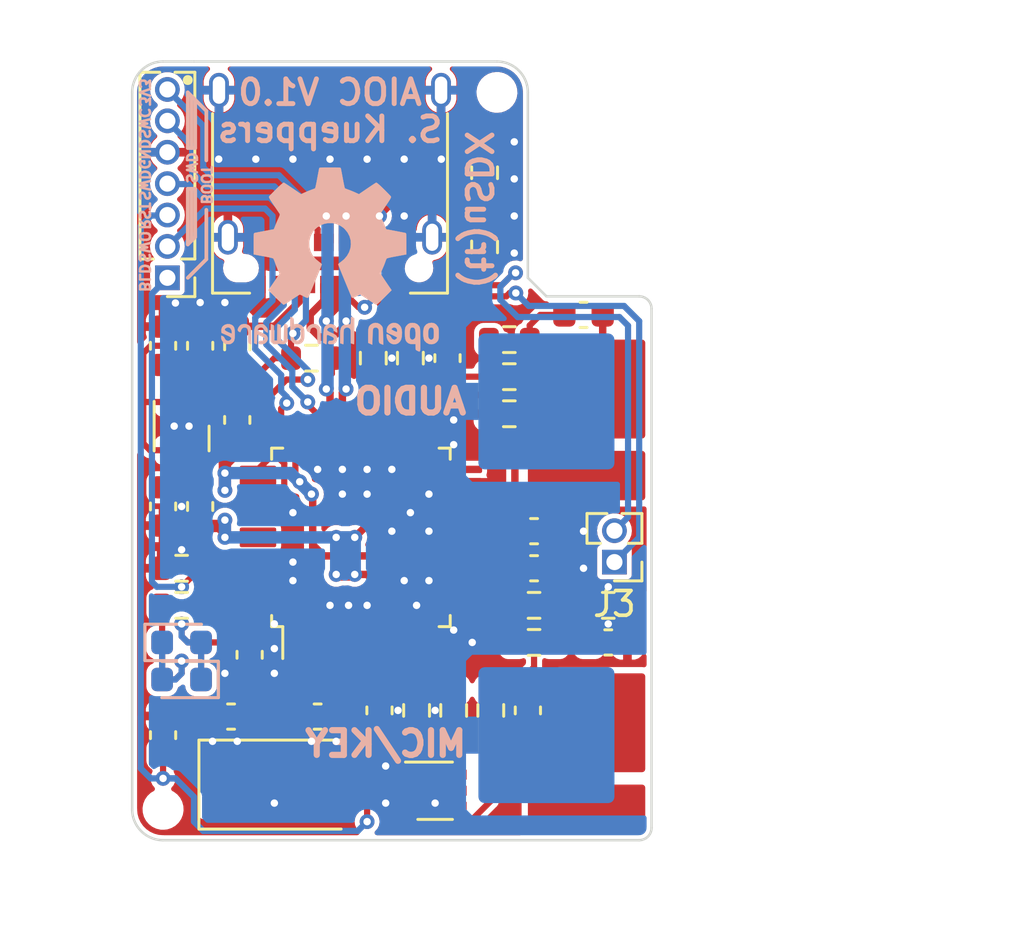
<source format=kicad_pcb>
(kicad_pcb (version 20211014) (generator pcbnew)
  (layers (0 "F.Cu" signal) (31 "B.Cu" signal) (34 "B.Paste" user) (35 "F.Paste" user) (36 "B.SilkS" user "B.Silkscreen") (37 "F.SilkS" user "F.Silkscreen") (38 "B.Mask" user) (39 "F.Mask" user) (44 "Edge.Cuts" user))
  (net 0 "")
  (net 1 "GND")
  (net 2 "/OSCIN")
  (net 3 "/OSCOUT")
  (net 12 "/SWCLK")
  (net 22 "/SWDIO")
  (net 23 "/USB-DP")
  (net 24 "/USB-DN")
  (net 25 "Net-(C3-Pad1)")
  (net 28 "+3V3")
  (net 29 "+3.3VA")
  (net 30 "/VIN")
  (net 31 "/VBUS")
  (net 32 "Net-(C12-Pad1)")
  (net 33 "Net-(C14-Pad1)")
  (net 34 "Net-(J1-PadB5)")
  (net 35 "Net-(J1-PadA5)")
  (net 36 "/USART-RX")
  (net 37 "Net-(Q1-Pad3)")
  (net 38 "/USART-TX")
  (net 39 "/PTT1")
  (net 40 "/PTT2")
  (net 41 "/AFIN")
  (net 42 "/RADIO-MIC")
  (net 43 "/RADIO-SPK")
  (net 44 "/AFOUT")
  (net 45 "/RADIO-RX")
  (net 46 "/N.C.")
  (net 47 "/NRST")
  (net 48 "/SWO")
  (net 49 "/BOOT0")
  (net 50 "Net-(D1-Pad1)")
  (net 51 "Net-(D1-Pad2)")
  (net 52 "Net-(R15-Pad2)")
  (net 53 "Net-(Q1-Pad2)")
  (net 54 "Net-(Q1-Pad5)")
  (net 57 "Net-(C5-Pad1)")
  (net 58 "/DAC_ATTEN")
  (net 59 "/RADIO-PTT1")
  (net 60 "/RADIO-TX")
  (footprint "Resistor_SMD:R_0603_1608Metric" (layer "F.Cu") (at 119.75 102 180)
    (fp_text reference "R2" hide)
    (fp_text value "10K")
  )
  (footprint "LED_SMD:LED_0603_1608Metric" (layer "F.Cu") (at 105.5 105 180)
    (fp_text reference "D2" hide)
    (fp_text value "RED")
  )
  (footprint "Capacitor_SMD:C_0603_1608Metric" (layer "F.Cu") (at 119.75 99)
    (fp_text reference "C11" hide)
    (fp_text value "10n")
  )
  (footprint "Resistor_SMD:R_0603_1608Metric" (layer "F.Cu") (at 105.5 102)
    (fp_text reference "R15" hide)
    (fp_text value "220R")
  )
  (footprint "AIOC:USB_C_Receptacle_Amphenol_12401832E40-2A" (layer "F.Cu") (at 111.5 85 180)
    (fp_text reference "J1" hide)
    (fp_text value "12401832E402A")
  )
  (footprint "Capacitor_SMD:C_0603_1608Metric" (layer "F.Cu") (at 107.5 106.5 180)
    (fp_text reference "C1" hide)
    (fp_text value "22p/NP0")
  )
  (footprint "Connector_PinHeader_1.27mm:PinHeader_1x02_P1.27mm_Vertical" (layer "F.Cu") (at 123 100.25 180)
    (fp_text reference "J3")
    (fp_text value "Conn_01x02_Male")
  )
  (footprint "LED_SMD:LED_0603_1608Metric" (layer "F.Cu") (at 105.5 103.5)
    (fp_text reference "D1" hide)
    (fp_text value "GREEN")
  )
  (footprint "Capacitor_SMD:C_0603_1608Metric" (layer "F.Cu") (at 113.5 106.25 -90)
    (fp_text reference "C9" hide)
    (fp_text value "100n")
  )
  (footprint "Capacitor_SMD:C_0603_1608Metric" (layer "F.Cu") (at 122.75 103.5)
    (fp_text reference "C12" hide)
    (fp_text value "10n")
  )
  (footprint "Resistor_SMD:R_0603_1608Metric" (layer "F.Cu") (at 118 106.25 -90)
    (fp_text reference "R13" hide)
    (fp_text value "22R")
  )
  (footprint "Inductor_SMD:L_0603_1608Metric" (layer "F.Cu") (at 107.75 91.5 90)
    (fp_text reference "FB2" hide)
    (fp_text value "600R@100MHz")
  )
  (footprint "Resistor_SMD:R_0603_1608Metric" (layer "F.Cu") (at 114.75 92 -90)
    (fp_text reference "R8" hide)
    (fp_text value "220R")
  )
  (footprint "Resistor_SMD:R_0603_1608Metric" (layer "F.Cu") (at 116.5 106.25 -90)
    (fp_text reference "R11" hide)
    (fp_text value "2.2K")
  )
  (footprint "Resistor_SMD:R_0603_1608Metric" (layer "F.Cu") (at 113.25 92 -90)
    (fp_text reference "R9" hide)
    (fp_text value "220R")
  )
  (footprint "Package_QFP:LQFP-48_7x7mm_P0.5mm" (layer "F.Cu") (at 112.75 99.25 90)
    (fp_text reference "U2" hide)
    (fp_text value "STM32F373CBTx")
  )
  (footprint "Capacitor_SMD:C_0603_1608Metric" (layer "F.Cu") (at 106.25 91.5 90)
    (fp_text reference "C6" hide)
    (fp_text value "4.7u/10V/X5R")
  )
  (footprint "Resistor_SMD:R_0603_1608Metric" (layer "F.Cu") (at 122.75 102 180)
    (fp_text reference "R4" hide)
    (fp_text value "470R")
  )
  (footprint "Inductor_SMD:L_0603_1608Metric" (layer "F.Cu") (at 106.25 98 90)
    (fp_text reference "FB1" hide)
    (fp_text value "600R@100MHz")
  )
  (footprint "Capacitor_SMD:C_0603_1608Metric" (layer "F.Cu") (at 104.75 91.5 90)
    (fp_text reference "C3" hide)
    (fp_text value "100n")
  )
  (footprint "Capacitor_SMD:C_0603_1608Metric" (layer "F.Cu") (at 111 106.5)
    (fp_text reference "C2" hide)
    (fp_text value "22p/NP0")
  )
  (footprint "Resistor_SMD:R_0603_1608Metric" (layer "F.Cu") (at 115 106.25 -90)
    (fp_text reference "R10" hide)
    (fp_text value "2.2K")
  )
  (footprint "Capacitor_SMD:C_0603_1608Metric" (layer "F.Cu") (at 107.75 94.5 90)
    (fp_text reference "C4" hide)
    (fp_text value "4.7u/10V/X5R")
  )
  (footprint "Resistor_SMD:R_0603_1608Metric" (layer "F.Cu") (at 110.75 92)
    (fp_text reference "R1" hide)
    (fp_text value "1.5K")
  )
  (footprint "Capacitor_SMD:C_0603_1608Metric" (layer "F.Cu") (at 104.75 98 -90)
    (fp_text reference "C5" hide)
    (fp_text value "4.7u/10V/X5R")
  )
  (footprint "Package_TO_SOT_SMD:SOT-363_SC-70-6" (layer "F.Cu") (at 115.75 109.5)
    (fp_text reference "Q1" hide)
    (fp_text value "BC847BS")
  )
  (footprint "Capacitor_SMD:C_0603_1608Metric" (layer "F.Cu") (at 121.75 90.25)
    (fp_text reference "C14" hide)
    (fp_text value "4.7u/10V/X5R")
  )
  (footprint "Resistor_SMD:R_0603_1608Metric" (layer "F.Cu") (at 119.75 103.5 180)
    (fp_text reference "R17" hide)
    (fp_text value "N.M.")
  )
  (footprint "Resistor_SMD:R_0603_1608Metric" (layer "F.Cu") (at 118.75 91.25)
    (fp_text reference "R5" hide)
    (fp_text value "2.2K")
  )
  (footprint "Capacitor_SMD:C_0603_1608Metric" (layer "F.Cu") (at 104.75 107.25 90)
    (fp_text reference "C15" hide)
    (fp_text value "100n")
  )
  (footprint "Capacitor_SMD:C_0603_1608Metric" (layer "F.Cu") (at 119.75 100.5)
    (fp_text reference "C7" hide)
    (fp_text value "4.7u/10V/X5R")
  )
  (footprint "Connector_PinHeader_1.27mm:PinHeader_1x07_P1.27mm_Vertical" (layer "F.Cu") (at 104.925 88.75 180)
    (fp_text reference "J2" hide)
    (fp_text value "Conn_01x07_Male")
  )
  (footprint "Capacitor_SMD:C_0603_1608Metric" (layer "F.Cu") (at 108.25 104 -90)
    (fp_text reference "C8" hide)
    (fp_text value "100n")
  )
  (footprint "AIOC:Micrel_MLF-8-1EP_2x2mm_P0.5mm_EP0.6x1.2mm" (layer "F.Cu") (at 105.5 94.75 -90)
    (fp_text reference "U1" hide)
    (fp_text value "MIC5330-SSYML")
  )
  (footprint "Resistor_SMD:R_0603_1608Metric" (layer "F.Cu") (at 118.75 92.75)
    (fp_text reference "R16" hide)
    (fp_text value "10K")
  )
  (footprint "Resistor_SMD:R_0603_1608Metric" (layer "F.Cu") (at 118.75 94.25)
    (fp_text reference "R3" hide)
    (fp_text value "10K")
  )
  (footprint "AIOC:TOOLING-HOLE" (layer "F.Cu") (at 104.75 110.25)
    (fp_text reference "H2" hide)
    (fp_text value "ToolingHole")
  )
  (footprint "Capacitor_SMD:C_0603_1608Metric" (layer "F.Cu") (at 116.25 92 90)
    (fp_text reference "C10" hide)
    (fp_text value "4.7u/10V/X5R")
  )
  (footprint "Resistor_SMD:R_0603_1608Metric" (layer "F.Cu") (at 105.5 100.5)
    (fp_text reference "R14" hide)
    (fp_text value "2.2K")
  )
  (footprint "Resistor_SMD:R_0603_1608Metric" (layer "F.Cu") (at 117.75 84.5 -90)
    (fp_text reference "R6" hide)
    (fp_text value "5.1K")
  )
  (footprint "AIOC:TOOLING-HOLE" (layer "F.Cu") (at 118.25 81.25)
    (fp_text reference "H1" hide)
    (fp_text value "ToolingHole")
  )
  (footprint "Capacitor_SMD:C_0603_1608Metric" (layer "F.Cu") (at 119.5 106.25 -90)
    (fp_text reference "C13" hide)
    (fp_text value "4.7u/10V/X5R")
  )
  (footprint "AIOC:Crystal_SMD_5032-2Pin_5.0x3.2mm" (layer "F.Cu") (at 109.25 109.25)
    (fp_text reference "Y1" hide)
    (fp_text value "8MHz/20pF")
  )
  (footprint "Resistor_SMD:R_0603_1608Metric" (layer "F.Cu") (at 117.75 87.5 90)
    (fp_text reference "R7" hide)
    (fp_text value "5.1K")
  )
  (footprint "LED_SMD:LED_0603_1608Metric" (layer "B.Cu") (at 105.5 105 180)
    (fp_text reference "D4" hide)
    (fp_text value "N.M.")
  )
  (footprint "LED_SMD:LED_0603_1608Metric" (layer "B.Cu") (at 105.5 103.5)
    (fp_text reference "D3" hide)
    (fp_text value "N.M.")
  )
  (footprint "Symbol:OSHW-Logo2_9.8x8mm_SilkScreen" (layer "B.Cu") (at 111.5 88 180)
    (fp_text reference "REF**" hide)
    (fp_text value "OSHW-Logo2_9.8x8mm_SilkScreen" hide)
  )
  (gr_line (start 105.9 85.15) (end 105.9 87.25) (layer "B.SilkS") (width 0.15))
  (gr_line (start 105.75 87.4) (end 105.75 85.15) (layer "B.SilkS") (width 0.15))
  (gr_line (start 105.75 85.15) (end 106.05 85.15) (layer "B.SilkS") (width 0.15))
  (gr_line (start 105.75 88.75) (end 106.5 88) (layer "B.SilkS") (width 0.15))
  (gr_line (start 105.75 81.25) (end 106.5 82) (layer "B.SilkS") (width 0.15))
  (gr_line (start 105.75 83.5) (end 105.75 81.25) (layer "B.SilkS") (width 0.15))
  (gr_line (start 106.5 82) (end 106.5 84) (layer "B.SilkS") (width 0.15))
  (gr_line (start 105.75 83.5) (end 106.05 83.5) (layer "B.SilkS") (width 0.15))
  (gr_line (start 106.5 88) (end 106.5 86) (layer "B.SilkS") (width 0.15))
  (gr_line (start 106.05 87.1) (end 106.05 85.15) (layer "B.SilkS") (width 0.15))
  (gr_line (start 105.75 87.4) (end 106.05 87.1) (layer "B.SilkS") (width 0.15))
  (gr_line (start 105.9 81.4) (end 105.9 83.5) (layer "B.SilkS") (width 0.15))
  (gr_line (start 106.05 83.5) (end 106.05 81.55) (layer "B.SilkS") (width 0.15))
  (gr_circle (center 105.75 80.75) (end 105.85 80.75) (layer "F.SilkS") (width 0.2) (fill none))
  (gr_line (start 119.5 88.75) (end 119.5 81.25) (layer "Edge.Cuts") (width 0.1))
  (gr_line (start 103.5 110.25) (end 103.5 81.25) (layer "Edge.Cuts") (width 0.1))
  (gr_line (start 120.25 89.5) (end 124 89.5) (layer "Edge.Cuts") (width 0.1))
  (gr_line (start 124.5 90) (end 124.5 111) (layer "Edge.Cuts") (width 0.1))
  (gr_line (start 124 111.5) (end 104.75 111.5) (layer "Edge.Cuts") (width 0.1))
  (gr_arc (start 124.5 111) (mid 124.353553 111.353553) (end 124 111.5) (layer "Edge.Cuts") (width 0.1))
  (gr_line (start 120.25 89.5) (end 119.5 88.75) (layer "Edge.Cuts") (width 0.1))
  (gr_arc (start 118.25 80) (mid 119.133883 80.366117) (end 119.5 81.25) (layer "Edge.Cuts") (width 0.1))
  (gr_arc (start 103.5 81.25) (mid 103.866117 80.366117) (end 104.75 80) (layer "Edge.Cuts") (width 0.1))
  (gr_line (start 106 80) (end 118.25 80) (layer "Edge.Cuts") (width 0.1))
  (gr_arc (start 124 89.5) (mid 124.353553 89.646447) (end 124.5 90) (layer "Edge.Cuts") (width 0.1))
  (gr_line (start 106 80) (end 104.75 80) (layer "Edge.Cuts") (width 0.1))
  (gr_arc (start 104.75 111.5) (mid 103.866117 111.133883) (end 103.5 110.25) (layer "Edge.Cuts") (width 0.1))
  (gr_text "RST" (at 104 86.25 270) (layer "B.SilkS") (effects (font (size 0.4 0.4) (thickness 0.1)) (justify mirror)))
  (gr_text "MIC/KEY" (at 113.75 107.6) (layer "B.SilkS") (effects (font (size 1 1) (thickness 0.25)) (justify mirror)))
  (gr_text "SWD" (at 104 85 270) (layer "B.SilkS") (effects (font (size 0.4 0.4) (thickness 0.1)) (justify mirror)))
  (gr_text "SWO" (at 104 87.5 270) (layer "B.SilkS") (effects (font (size 0.4 0.4) (thickness 0.1)) (justify mirror)))
  (gr_text "GND" (at 104 83.75 270) (layer "B.SilkS") (effects (font (size 0.4 0.4) (thickness 0.1)) (justify mirror)))
  (gr_text "BLD" (at 104 88.75 270) (layer "B.SilkS") (effects (font (size 0.4 0.4) (thickness 0.1)) (justify mirror)))
  (gr_text "(tr)uSDX" (at 117.5 86 270) (layer "B.SilkS") (effects (font (size 1 1) (thickness 0.2)) (justify mirror)))
  (gr_text "3V3" (at 104 81.25 270) (layer "B.SilkS") (effects (font (size 0.4 0.4) (thickness 0.1)) (justify mirror)))
  (gr_text "AUDIO" (at 114.75 93.75) (layer "B.SilkS") (effects (font (size 1 1) (thickness 0.25)) (justify mirror)))
  (gr_text "AIOC V1.0" (at 111.5 81.25) (layer "B.SilkS") (effects (font (size 1 1) (thickness 0.2)) (justify mirror)))
  (gr_text "SWD" (at 105.9 84.3 270) (layer "B.SilkS") (effects (font (size 0.4 0.4) (thickness 0.1)) (justify mirror)))
  (gr_text "S. Kueppers" (at 111.5 82.75) (layer "B.SilkS") (effects (font (size 1 1) (thickness 0.2)) (justify mirror)))
  (gr_text "SWC" (at 104 82.5 270) (layer "B.SilkS") (effects (font (size 0.4 0.4) (thickness 0.1)) (justify mirror)))
  (gr_text "BOOT" (at 106.5 85 270) (layer "B.SilkS") (effects (font (size 0.4 0.4) (thickness 0.1)) (justify mirror)))
  (segment (start 108.75 89.02) (end 108.75 88.416813) (width 0.25) (layer "F.Cu") (net 1))
  (segment (start 113.5 102.5) (end 113.5 103.4125) (width 0.3) (layer "F.Cu") (net 1))
  (segment (start 105.75 93.775) (end 105.75 94.7) (width 0.25) (layer "F.Cu") (net 1))
  (segment (start 123.525 103.5) (end 123.525 102.05) (width 0.3) (layer "F.Cu") (net 1))
  (segment (start 113 102) (end 113.5 102.5) (width 0.3) (layer "F.Cu") (net 1))
  (segment (start 105.75 94.7) (end 105.8 94.75) (width 0.25) (layer "F.Cu") (net 1))
  (segment (start 109.5 101.5) (end 110 101) (width 0.3) (layer "F.Cu") (net 1))
  (segment (start 114.5 87.32) (end 114.5 87.916813) (width 0.25) (layer "F.Cu") (net 1))
  (segment (start 109 87.32) (end 109 88.166813) (width 0.25) (layer "F.Cu") (net 1))
  (segment (start 114.5 87.916813) (end 114.25 88.166813) (width 0.25) (layer "F.Cu") (net 1))
  (segment (start 114.25 89.02) (end 114.25 88.166813) (width 0.25) (layer "F.Cu") (net 1))
  (segment (start 123.525 102.05) (end 123.575 102) (width 0.25) (layer "F.Cu") (net 1))
  (segment (start 108.75 88.416813) (end 109 88.166813) (width 0.25) (layer "F.Cu") (net 1))
  (segment (start 108.5875 101.5) (end 109.5 101.5) (width 0.3) (layer "F.Cu") (net 1))
  (via (at 114.25 106.25) (size 0.6) (drill 0.3) (layers "F.Cu" "B.Cu") (net 1))
  (via (at 115.5 97.5) (size 0.6) (drill 0.3) (layers "F.Cu" "B.Cu") (net 1))
  (via (at 113.00027 83.951369) (size 0.6) (drill 0.3) (layers "F.Cu" "B.Cu") (net 1))
  (via (at 105.8 94.75) (size 0.6) (drill 0.3) (layers "F.Cu" "B.Cu") (net 1))
  (via (at 116.5 94.5) (size 0.6) (drill 0.3) (layers "F.Cu" "B.Cu") (net 1))
  (via (at 118.95 83.25) (size 0.6) (drill 0.3) (layers "F.Cu" "B.Cu") (net 1))
  (via (at 107.75 107.5) (size 0.6) (drill 0.3) (layers "F.Cu" "B.Cu") (net 1))
  (via (at 115 102) (size 0.6) (drill 0.3) (layers "F.Cu" "B.Cu") (net 1))
  (via (at 113 96.5) (size 0.6) (drill 0.3) (layers "F.Cu" "B.Cu") (net 1))
  (via (at 110 100.25) (size 0.6) (drill 0.3) (layers "F.Cu" "B.Cu") (net 1))
  (via (at 118.95 84.75) (size 0.6) (drill 0.3) (layers "F.Cu" "B.Cu") (net 1))
  (via (at 109.25 103.75) (size 0.6) (drill 0.3) (layers "F.Cu" "B.Cu") (net 1))
  (via (at 112.25 102) (size 0.6) (drill 0.3) (layers "F.Cu" "B.Cu") (net 1))
  (via (at 107.25 89.75) (size 0.6) (drill 0.3) (layers "F.Cu" "B.Cu") (net 1))
  (via (at 113.75 110) (size 0.6) (drill 0.3) (layers "F.Cu" "B.Cu") (net 1))
  (via (at 110.75 107.5) (size 0.6) (drill 0.3) (layers "F.Cu" "B.Cu") (net 1))
  (via (at 112 97.5) (size 0.6) (drill 0.3) (layers "F.Cu" "B.Cu") (net 1))
  (via (at 105.25 89.769502) (size 0.6) (drill 0.3) (layers "F.Cu" "B.Cu") (net 1))
  (via (at 105.5 98) (size 0.6) (drill 0.3) (layers "F.Cu" "B.Cu") (net 1))
  (via (at 110 98.25) (size 0.6) (drill 0.3) (layers "F.Cu" "B.Cu") (net 1))
  (via (at 114 99) (size 0.6) (drill 0.3) (layers "F.Cu" "B.Cu") (net 1))
  (via (at 116.00027 83.951369) (size 0.6) (drill 0.3) (layers "F.Cu" "B.Cu") (net 1))
  (via (at 109.25 102.75) (size 0.6) (drill 0.3) (layers "F.Cu" "B.Cu") (net 1))
  (via (at 114.5 101) (size 0.6) (drill 0.3) (layers "F.Cu" "B.Cu") (net 1))
  (via (at 107 83.95) (size 0.6) (drill 0.3) (layers "F.Cu" "B.Cu") (net 1))
  (via (at 105.5 99.75) (size 0.6) (drill 0.3) (layers "F.Cu" "B.Cu") (net 1))
  (via (at 117.25 103.5) (size 0.6) (drill 0.3) (layers "F.Cu" "B.Cu") (net 1))
  (via (at 110 101) (size 0.6) (drill 0.3) (layers "F.Cu" "B.Cu") (net 1))
  (via (at 106.75 107.5) (size 0.6) (drill 0.3) (layers "F.Cu" "B.Cu") (net 1))
  (via (at 114 92) (size 0.6) (drill 0.3) (layers "F.Cu" "B.Cu") (net 1))
  (via (at 113 97.5) (size 0.6) (drill 0.3) (layers "F.Cu" "B.Cu") (net 1))
  (via (at 113 102) (size 0.6) (drill 0.3) (layers "F.Cu" "B.Cu") (net 1))
  (via (at 106.25 89.75) (size 0.6) (drill 0.3) (layers "F.Cu" "B.Cu") (net 1))
  (via (at 114.5 86.25) (size 0.6) (drill 0.3) (layers "F.Cu" "B.Cu") (net 1))
  (via (at 107.25 104.75) (size 0.6) (drill 0.3) (layers "F.Cu" "B.Cu") (net 1))
  (via (at 121.75 100.5) (size 0.6) (drill 0.3) (layers "F.Cu" "B.Cu") (net 1))
  (via (at 116.5 95.5) (size 0.6) (drill 0.3) (layers "F.Cu" "B.Cu") (net 1))
  (via (at 111.75 107.502432) (size 0.6) (drill 0.3) (layers "F.Cu" "B.Cu") (net 1))
  (via (at 114.75 98.25) (size 0.6) (drill 0.3) (layers "F.Cu" "B.Cu") (net 1))
  (via (at 115.75 110) (size 0.6) (drill 0.3) (layers "F.Cu" "B.Cu") (net 1))
  (via (at 114 96.5) (size 0.6) (drill 0.3) (layers "F.Cu" "B.Cu") (net 1))
  (via (at 121.75 99) (size 0.6) (drill 0.3) (layers "F.Cu" "B.Cu") (net 1))
  (via (at 113.75 108.5) (size 0.6) (drill 0.3) (layers "F.Cu" "B.Cu") (net 1))
  (via (at 114.4994 83.950576) (size 0.6) (drill 0.3) (layers "F.Cu" "B.Cu") (net 1))
  (via (at 112 96.5) (size 0.6) (drill 0.3) (layers "F.Cu" "B.Cu") (net 1))
  (via (at 108.50027 83.951369) (size 0.6) (drill 0.3) (layers "F.Cu" "B.Cu") (net 1))
  (via (at 105.2 94.75) (size 0.6) (drill 0.3) (layers "F.Cu" "B.Cu") (net 1))
  (via (at 116.5 103) (size 0.6) (drill 0.3) (layers "F.Cu" "B.Cu") (net 1))
  (via (at 111.50027 83.951369) (size 0.6) (drill 0.3) (layers "F.Cu" "B.Cu") (net 1))
  (via (at 122.75 101.25) (size 0.6) (drill 0.3) (layers "F.Cu" "B.Cu") (net 1))
  (via (at 115.5 99) (size 0.6) (drill 0.3) (layers "F.Cu" "B.Cu") (net 1))
  (via (at 109.25 110) (size 0.6) (drill 0.3) (layers "F.Cu" "B.Cu") (net 1))
  (via (at 111 96.5) (size 0.6) (drill 0.3) (layers "F.Cu" "B.Cu") (net 1))
  (via (at 115.5 101) (size 0.6) (drill 0.3) (layers "F.Cu" "B.Cu") (net 1))
  (via (at 111.5 102) (size 0.6) (drill 0.3) (layers "F.Cu" "B.Cu") (net 1))
  (via (at 118.95 86.25) (size 0.6) (drill 0.3) (layers "F.Cu" "B.Cu") (net 1))
  (via (at 109.25 104.75) (size 0.6) (drill 0.3) (layers "F.Cu" "B.Cu") (net 1))
  (via (at 115.5 92) (size 0.6) (drill 0.3) (layers "F.Cu" "B.Cu") (net 1))
  (via (at 118.95 87.75) (size 0.6) (drill 0.3) (layers "F.Cu" "B.Cu") (net 1))
  (via (at 110.00027 83.951369) (size 0.6) (drill 0.3) (layers "F.Cu" "B.Cu") (net 1))
  (via (at 122.75 102.75) (size 0.6) (drill 0.3) (layers "F.Cu" "B.Cu") (net 1))
  (via (at 115.75 106.25) (size 0.6) (drill 0.3) (layers "F.Cu" "B.Cu") (net 1))
  (segment (start 108.75 107.5) (end 108.75 109) (width 0.25) (layer "F.Cu") (net 2))
  (segment (start 108.5 109.25) (end 107.4 109.25) (width 0.25) (layer "F.Cu") (net 2))
  (segment (start 108.863604 106.5) (end 108.472183 106.5) (width 0.25) (layer "F.Cu") (net 2))
  (segment (start 108.275 106.75) (end 108.275 107.025) (width 0.25) (layer "F.Cu") (net 2))
  (segment (start 110.363604 105) (end 108.863604 106.5) (width 0.25) (layer "F.Cu") (net 2))
  (segment (start 112 104.363604) (end 111.363604 105) (width 0.25) (layer "F.Cu") (net 2))
  (segment (start 108.75 109) (end 108.5 109.25) (width 0.25) (layer "F.Cu") (net 2))
  (segment (start 112 103.4125) (end 112 104.363604) (width 0.25) (layer "F.Cu") (net 2))
  (segment (start 108.275 107.025) (end 108.75 107.5) (width 0.25) (layer "F.Cu") (net 2))
  (segment (start 111.363604 105) (end 110.363604 105) (width 0.25) (layer "F.Cu") (net 2))
  (segment (start 108.525 106.5) (end 108.275 106.75) (width 0.25) (layer "F.Cu") (net 2))
  (segment (start 112.5 104.5) (end 111.55 105.45) (width 0.25) (layer "F.Cu") (net 3))
  (segment (start 109.75 107.5) (end 109.75 109) (width 0.25) (layer "F.Cu") (net 3))
  (segment (start 110.225 107.025) (end 109.75 107.5) (width 0.25) (layer "F.Cu") (net 3))
  (segment (start 112.5 103.4125) (end 112.5 104.5) (width 0.25) (layer "F.Cu") (net 3))
  (segment (start 110.225 105.775) (end 110.225 107.025) (width 0.25) (layer "F.Cu") (net 3))
  (segment (start 110 109.25) (end 111.1 109.25) (width 0.25) (layer "F.Cu") (net 3))
  (segment (start 111.55 105.45) (end 110.55 105.45) (width 0.25) (layer "F.Cu") (net 3))
  (segment (start 110.55 105.45) (end 110.225 105.775) (width 0.25) (layer "F.Cu") (net 3))
  (segment (start 109.75 109) (end 110 109.25) (width 0.25) (layer "F.Cu") (net 3))
  (segment (start 109.05 96.0375) (end 108.5875 96.5) (width 0.25) (layer "F.Cu") (net 12))
  (segment (start 110.6 92.866006) (end 109.743948 92.866006) (width 0.25) (layer "F.Cu") (net 12))
  (segment (start 109.743948 92.866006) (end 109.05 93.559954) (width 0.25) (layer "F.Cu") (net 12))
  (segment (start 109.05 93.559954) (end 109.05 96.0375) (width 0.25) (layer "F.Cu") (net 12))
  (via (at 110.6 92.866006) (size 0.6) (drill 0.3) (layers "F.Cu" "B.Cu") (net 12))
  (segment (start 105.925 83.42) (end 104.925 82.42) (width 0.25) (layer "B.Cu") (net 12))
  (segment (start 109.247792 85.05) (end 106.505408 85.05) (width 0.25) (layer "B.Cu") (net 12))
  (segment (start 110.6 92.483884) (end 109.375 91.258884) (width 0.25) (layer "B.Cu") (net 12))
  (segment (start 110.6 92.866006) (end 110.6 92.483884) (width 0.25) (layer "B.Cu") (net 12))
  (segment (start 109.375 91.258884) (end 109.375 90.741116) (width 0.25) (layer "B.Cu") (net 12))
  (segment (start 110.0755 90.040616) (end 110.0755 85.877708) (width 0.25) (layer "B.Cu") (net 12))
  (segment (start 106.505408 85.05) (end 105.925 84.469592) (width 0.25) (layer "B.Cu") (net 12))
  (segment (start 109.375 90.741116) (end 110.0755 90.040616) (width 0.25) (layer "B.Cu") (net 12))
  (segment (start 110.0755 85.877708) (end 109.247792 85.05) (width 0.25) (layer "B.Cu") (net 12))
  (segment (start 105.925 84.469592) (end 105.925 83.42) (width 0.25) (layer "B.Cu") (net 12))
  (segment (start 110.499747 93.784062) (end 111 94.284315) (width 0.25) (layer "F.Cu") (net 22))
  (segment (start 111 94.284315) (end 111 95.0875) (width 0.25) (layer "F.Cu") (net 22))
  (via (at 110.6 93.774076) (size 0.6) (drill 0.3) (layers "F.Cu" "B.Cu") (net 22))
  (segment (start 109.061396 85.5) (end 106.319012 85.5) (width 0.25) (layer "B.Cu") (net 22))
  (segment (start 109.6255 86.064104) (end 109.061396 85.5) (width 0.25) (layer "B.Cu") (net 22))
  (segment (start 109.6255 89.85422) (end 109.6255 86.064104) (width 0.25) (layer "B.Cu") (net 22))
  (segment (start 109.975 92.49528) (end 108.925 91.44528) (width 0.25) (layer "B.Cu") (net 22))
  (segment (start 108.925 90.55472) (end 109.6255 89.85422) (width 0.25) (layer "B.Cu") (net 22))
  (segment (start 110.6 93.774076) (end 109.975 93.149076) (width 0.25) (layer "B.Cu") (net 22))
  (segment (start 109.975 93.149076) (end 109.975 92.49528) (width 0.25) (layer "B.Cu") (net 22))
  (segment (start 105.779012 84.96) (end 104.925 84.96) (width 0.25) (layer "B.Cu") (net 22))
  (segment (start 106.319012 85.5) (end 105.779012 84.96) (width 0.25) (layer "B.Cu") (net 22))
  (segment (start 108.925 91.44528) (end 108.925 90.55472) (width 0.25) (layer "B.Cu") (net 22))
  (segment (start 111.575 92.625) (end 111.575 92) (width 0.25) (layer "F.Cu") (net 23))
  (segment (start 111.35 90.380761) (end 111.35 90.5) (width 0.3) (layer "F.Cu") (net 23))
  (segment (start 111.5 87.32) (end 111.5 86.4) (width 0.3) (layer "F.Cu") (net 23))
  (segment (start 111.35 93.25) (end 111.35 92.85) (width 0.25) (layer "F.Cu") (net 23))
  (segment (start 111.5 86.4) (end 111.35 86.25) (width 0.3) (layer "F.Cu") (net 23))
  (segment (start 111.35 92.85) (end 111.575 92.625) (width 0.25) (layer "F.Cu") (net 23))
  (segment (start 111.5 95.0875) (end 111.5 93.4) (width 0.3) (layer "F.Cu") (net 23))
  (segment (start 111.75 89.02) (end 111.75 89.980761) (width 0.3) (layer "F.Cu") (net 23))
  (segment (start 111.5 93.4) (end 111.35 93.25) (width 0.3) (layer "F.Cu") (net 23))
  (segment (start 111.75 89.980761) (end 111.35 90.380761) (width 0.3) (layer "F.Cu") (net 23))
  (via (at 111.35 86.25) (size 0.6) (drill 0.3) (layers "F.Cu" "B.Cu") (net 23))
  (via (at 111.35 90.5) (size 0.6) (drill 0.3) (layers "F.Cu" "B.Cu") (net 23))
  (via (at 111.35 93.25) (size 0.6) (drill 0.3) (layers "F.Cu" "B.Cu") (net 23))
  (segment (start 111.4 86.3) (end 111.4 93.2) (width 0.5) (layer "B.Cu") (net 23))
  (segment (start 111.35 86.25) (end 111.4 86.3) (width 0.5) (layer "B.Cu") (net 23))
  (segment (start 111.4 93.2) (end 111.35 93.25) (width 0.5) (layer "B.Cu") (net 23))
  (segment (start 112 95.0875) (end 112 93.4) (width 0.3) (layer "F.Cu") (net 24))
  (segment (start 110.7 90.769239) (end 111.080761 91.15) (width 0.3) (layer "F.Cu") (net 24))
  (segment (start 112 86.4) (end 112.15 86.25) (width 0.3) (layer "F.Cu") (net 24))
  (segment (start 111.619239 91.15) (end 112.15 90.619239) (width 0.3) (layer "F.Cu") (net 24))
  (segment (start 111.080761 91.15) (end 111.619239 91.15) (width 0.3) (layer "F.Cu") (net 24))
  (segment (start 112 87.32) (end 112 86.4) (width 0.3) (layer "F.Cu") (net 24))
  (segment (start 111.25 89.02) (end 111.25 89.680761) (width 0.3) (layer "F.Cu") (net 24))
  (segment (start 112 93.4) (end 112.15 93.25) (width 0.3) (layer "F.Cu") (net 24))
  (segment (start 110.7 90.230761) (end 110.7 90.769239) (width 0.3) (layer "F.Cu") (net 24))
  (segment (start 111.25 89.680761) (end 110.7 90.230761) (width 0.3) (layer "F.Cu") (net 24))
  (segment (start 112.15 90.619239) (end 112.15 90.5) (width 0.3) (layer "F.Cu") (net 24))
  (via (at 112.15 86.25) (size 0.6) (drill 0.3) (layers "F.Cu" "B.Cu") (net 24))
  (via (at 112.15 90.5) (size 0.6) (drill 0.3) (layers "F.Cu" "B.Cu") (net 24))
  (via (at 112.15 93.25) (size 0.6) (drill 0.3) (layers "F.Cu" "B.Cu") (net 24))
  (segment (start 112.1 93.2) (end 112.15 93.25) (width 0.5) (layer "B.Cu") (net 24))
  (segment (start 112.1 86.3) (end 112.1 93.2) (width 0.5) (layer "B.Cu") (net 24))
  (segment (start 112.15 86.25) (end 112.1 86.3) (width 0.5) (layer "B.Cu") (net 24))
  (segment (start 105.25 93.775) (end 105.25 93.25) (width 0.25) (layer "F.Cu") (net 25))
  (segment (start 105.25 93.25) (end 104.75 92.75) (width 0.25) (layer "F.Cu") (net 25))
  (segment (start 104.75 92.75) (end 104.75 92.275) (width 0.25) (layer "F.Cu") (net 25))
  (segment (start 110.1 96.85) (end 110.75 97.5) (width 0.25) (layer "F.Cu") (net 28))
  (segment (start 110 102.25) (end 110.5 101.75) (width 0.3) (layer "F.Cu") (net 28))
  (segment (start 110.8 99.3) (end 110.8 101.45) (width 0.3) (layer "F.Cu") (net 28))
  (segment (start 108.25 102.75) (end 108.5875 102.4125) (width 0.25) (layer "F.Cu") (net 28))
  (segment (start 106.525 95.725) (end 107 95.25) (width 0.25) (layer "F.Cu") (net 28))
  (segment (start 110.25 102) (end 108.5875 102) (width 0.3) (layer "F.Cu") (net 28))
  (segment (start 110.8 99.55) (end 110.8 99.3) (width 0.3) (layer "F.Cu") (net 28))
  (segment (start 109.925 92) (end 109.925 91.075) (width 0.25) (layer "F.Cu") (net 28))
  (segment (start 107.25 96.25) (end 107.75 95.75) (width 0.5) (layer "F.Cu") (net 28))
  (segment (start 107.725 95.25) (end 107.75 95.275) (width 0.25) (layer "F.Cu") (net 28))
  (segment (start 118 100) (end 116.9125 100) (width 0.3) (layer "F.Cu") (net 28))
  (segment (start 110 95.0875) (end 110 95.972919) (width 0.25) (layer "F.Cu") (net 28))
  (segment (start 108.6 92.65) (end 109.25 92) (width 0.25) (layer "F.Cu") (net 28))
  (segment (start 110.2745 97) (end 110.8 97.5255) (width 0.3) (layer "F.Cu") (net 28))
  (segment (start 109.925 91.075) (end 110 91) (width 0.25) (layer "F.Cu") (net 28))
  (segment (start 116.9125 100) (end 111.25 100) (width 0.3) (layer "F.Cu") (net 28))
  (segment (start 111.25 100) (end 110.8 99.55) (width 0.3) (layer "F.Cu") (net 28))
  (segment (start 107.25 97.35) (end 107.25 96.25) (width 0.5) (layer "F.Cu") (net 28))
  (segment (start 110.8 97.5255) (end 110.8 99.3) (width 0.3) (layer "F.Cu") (net 28))
  (segment (start 106.25 95.725) (end 106.525 95.725) (width 0.25) (layer "F.Cu") (net 28))
  (segment (start 107.75 95.75) (end 107.75 95.275) (width 0.5) (layer "F.Cu") (net 28))
  (segment (start 118.5 100.5) (end 118 100) (width 0.3) (layer "F.Cu") (net 28))
  (segment (start 108.25 95.275) (end 108.6 94.925) (width 0.25) (layer "F.Cu") (net 28))
  (segment (start 110.5 101.75) (end 110.25 102) (width 0.3) (layer "F.Cu") (net 28))
  (segment (start 118.975 100.5) (end 118.5 100.5) (width 0.3) (layer "F.Cu") (net 28))
  (segment (start 110 95.972919) (end 110.1 96.072919) (width 0.25) (layer "F.Cu") (net 28))
  (segment (start 108.25 103.225) (end 108.25 102.75) (width 0.25) (layer "F.Cu") (net 28))
  (segment (start 107 95.25) (end 107.725 95.25) (width 0.25) (layer "F.Cu") (net 28))
  (segment (start 110 103.4125) (end 110 102.25) (width 0.3) (layer "F.Cu") (net 28))
  (segment (start 110.8 101.45) (end 110.5 101.75) (width 0.3) (layer "F.Cu") (net 28))
  (segment (start 107.75 95.275) (end 108.25 95.275) (width 0.25) (layer "F.Cu") (net 28))
  (segment (start 109.25 92) (end 109.925 92) (width 0.25) (layer "F.Cu") (net 28))
  (segment (start 108.6 94.925) (end 108.6 92.65) (width 0.25) (layer "F.Cu") (net 28))
  (segment (start 110.1 96.072919) (end 110.1 96.85) (width 0.25) (layer "F.Cu") (net 28))
  (segment (start 108.5875 102.4125) (end 108.5875 102) (width 0.25) (layer "F.Cu") (net 28))
  (via (at 110.2745 97) (size 0.6) (drill 0.3) (layers "F.Cu" "B.Cu") (net 28))
  (via (at 110 91) (size 0.6) (drill 0.3) (layers "F.Cu" "B.Cu") (net 28))
  (via (at 110.75 97.5) (size 0.6) (drill 0.3) (layers "F.Cu" "B.Cu") (net 28))
  (via (at 107.25 96.65) (size 0.6) (drill 0.3) (layers "F.Cu" "B.Cu") (net 28))
  (via (at 107.25 97.35) (size 0.6) (drill 0.3) (layers "F.Cu" "B.Cu") (net 28))
  (segment (start 106.691804 84.6) (end 109.434188 84.6) (width 0.25) (layer "B.Cu") (net 28))
  (segment (start 104.925 81.15) (end 106.375 82.6) (width 0.25) (layer "B.Cu") (net 28))
  (segment (start 110.2745 97) (end 110.25 97) (width 0.5) (layer "B.Cu") (net 28))
  (segment (start 107.25 96.65) (end 107.25 97.35) (width 0.5) (layer "B.Cu") (net 28))
  (segment (start 110.5255 90.4745) (end 110 91) (width 0.25) (layer "B.Cu") (net 28))
  (segment (start 106.375 82.6) (end 106.375 84.283196) (width 0.25) (layer "B.Cu") (net 28))
  (segment (start 110.5255 85.691312) (end 110.5255 90.4745) (width 0.25) (layer "B.Cu") (net 28))
  (segment (start 110.25 97) (end 110.75 97.5) (width 0.5) (layer "B.Cu") (net 28))
  (segment (start 107.25 96.65) (end 109.9 96.65) (width 0.5) (layer "B.Cu") (net 28))
  (segment (start 109.434188 84.6) (end 110.5255 85.691312) (width 0.25) (layer "B.Cu") (net 28))
  (segment (start 109.9 96.65) (end 110.75 97.5) (width 0.5) (layer "B.Cu") (net 28))
  (segment (start 106.375 84.283196) (end 106.691804 84.6) (width 0.25) (layer "B.Cu") (net 28))
  (segment (start 107.25 98.55) (end 107.25 99) (width 0.5) (layer "F.Cu") (net 29))
  (segment (start 116 96.5) (end 115.25 96.5) (width 0.3) (layer "F.Cu") (net 29))
  (segment (start 112.5 100.75) (end 113 100.75) (width 0.3) (layer "F.Cu") (net 29))
  (segment (start 112.5 100.75) (end 111.75 100.75) (width 0.5) (layer "F.Cu") (net 29))
  (segment (start 117.925 92.75) (end 116.25 92.75) (width 0.25) (layer "F.Cu") (net 29))
  (segment (start 114 103.4125) (end 114 104.5) (width 0.3) (layer "F.Cu") (net 29))
  (segment (start 115.5 95.0875) (end 115.5 96.25) (width 0.3) (layer "F.Cu") (net 29))
  (segment (start 116.9125 96.5) (end 116 96.5) (width 0.3) (layer "F.Cu") (net 29))
  (segment (start 113 100.75) (end 114 101.75) (width 0.3) (layer "F.Cu") (net 29))
  (segment (start 107.0375 98.7875) (end 107.25 99) (width 0.5) (layer "F.Cu") (net 29))
  (segment (start 115.25 96.5) (end 113.25 98.5) (width 0.3) (layer "F.Cu") (net 29))
  (segment (start 116.25 93.5) (end 116.25 92.8625) (width 0.3) (layer "F.Cu") (net 29))
  (segment (start 112.5 99.25) (end 111.75 99.25) (width 0.5) (layer "F.Cu") (net 29))
  (segment (start 113.25 98.5) (end 112.5 99.25) (width 0.3) (layer "F.Cu") (net 29))
  (segment (start 113.5 105) (end 113.5 105.3875) (width 0.3) (layer "F.Cu") (net 29))
  (segment (start 115.5 95.0875) (end 115.5 94.25) (width 0.3) (layer "F.Cu") (net 29))
  (segment (start 114 101.75) (end 114 103.4125) (width 0.3) (layer "F.Cu") (net 29))
  (segment (start 106.25 98.7875) (end 107.0375 98.7875) (width 0.5) (layer "F.Cu") (net 29))
  (segment (start 107.25 99) (end 107.25 99.25) (width 0.5) (layer "F.Cu") (net 29))
  (segment (start 115.5 94.25) (end 116.25 93.5) (width 0.3) (layer "F.Cu") (net 29))
  (segment (start 114 104.5) (end 113.5 105) (width 0.3) (layer "F.Cu") (net 29))
  (segment (start 115.5 96.25) (end 115.25 96.5) (width 0.3) (layer "F.Cu") (net 29))
  (via (at 111.75 99.25) (size 0.6) (drill 0.3) (layers "F.Cu" "B.Cu") (net 29))
  (via (at 112.5 99.25) (size 0.6) (drill 0.3) (layers "F.Cu" "B.Cu") (net 29))
  (via (at 107.25 99.25) (size 0.6) (drill 0.3) (layers "F.Cu" "B.Cu") (net 29))
  (via (at 111.75 100.75) (size 0.6) (drill 0.3) (layers "F.Cu" "B.Cu") (net 29))
  (via (at 107.25 98.55) (size 0.6) (drill 0.3) (layers "F.Cu" "B.Cu") (net 29))
  (via (at 112.5 100.75) (size 0.6) (drill 0.3) (layers "F.Cu" "B.Cu") (net 29))
  (segment (start 112.5 99.25) (end 112.5 100.75) (width 0.5) (layer "B.Cu") (net 29))
  (segment (start 107.25 99.25) (end 107.25 98.55) (width 0.5) (layer "B.Cu") (net 29))
  (segment (start 112.1 99.25) (end 112.1 100.75) (width 0.5) (layer "B.Cu") (net 29))
  (segment (start 111.75 99.25) (end 112.25 99.25) (width 0.5) (layer "B.Cu") (net 29))
  (segment (start 111.75 99.25) (end 111.75 100.75) (width 0.5) (layer "B.Cu") (net 29))
  (segment (start 111.75 99.25) (end 107.25 99.25) (width 0.5) (layer "B.Cu") (net 29))
  (segment (start 112.25 99.25) (end 112.5 99.25) (width 0.5) (layer "B.Cu") (net 29))
  (segment (start 103.95 91.8) (end 104.25 91.5) (width 0.25) (layer "F.Cu") (net 30))
  (segment (start 103.95 93.7) (end 103.95 91.8) (width 0.25) (layer "F.Cu") (net 30))
  (segment (start 106.2625 92.2875) (end 106.25 92.275) (width 0.5) (layer "F.Cu") (net 30))
  (segment (start 104.025 93.775) (end 103.95 93.7) (width 0.25) (layer "F.Cu") (net 30))
  (segment (start 107.75 92.2875) (end 106.2625 92.2875) (width 0.5) (layer "F.Cu") (net 30))
  (segment (start 104.25 91.5) (end 106 91.5) (width 0.25) (layer "F.Cu") (net 30))
  (segment (start 103.95 95.45) (end 103.95 93.7) (width 0.25) (layer "F.Cu") (net 30))
  (segment (start 104.75 93.775) (end 104.025 93.775) (width 0.25) (layer "F.Cu") (net 30))
  (segment (start 106 91.5) (end 106.25 91.75) (width 0.25) (layer "F.Cu") (net 30))
  (segment (start 106.25 91.75) (end 106.25 92.275) (width 0.25) (layer "F.Cu") (net 30))
  (segment (start 104 95.5) (end 103.95 95.45) (width 0.25) (layer "F.Cu") (net 30))
  (segment (start 106.25 93.775) (end 106.25 92.275) (width 0.25) (layer "F.Cu") (net 30))
  (segment (start 104.75 95.725) (end 104.225 95.725) (width 0.25) (layer "F.Cu") (net 30))
  (segment (start 104.225 95.725) (end 104 95.5) (width 0.25) (layer "F.Cu") (net 30))
  (segment (start 110.5 88.04) (end 113 88.04) (width 0.3) (layer "F.Cu") (net 31))
  (segment (start 109.2575 90.7125) (end 108.25 90.7125) (width 0.3) (layer "F.Cu") (net 31))
  (segment (start 110.25 89.02) (end 110.25 89.72) (width 0.3) (layer "F.Cu") (net 31))
  (segment (start 110.5 87.32) (end 110.5 88.04) (width 0.3) (layer "F.Cu") (net 31))
  (segment (start 110.5 88.04) (end 110.25 88.29) (width 0.3) (layer "F.Cu") (net 31))
  (segment (start 112.75 89.02) (end 112.75 88.29) (width 0.3) (layer "F.Cu") (net 31))
  (segment (start 113 87.32) (end 113 88.04) (width 0.3) (layer "F.Cu") (net 31))
  (segment (start 112.75 88.29) (end 113 88.04) (width 0.3) (layer "F.Cu") (net 31))
  (segment (start 110.25 89.02) (end 110.25 88.29) (width 0.3) (layer "F.Cu") (net 31))
  (segment (start 110.25 89.72) (end 109.2575 90.7125) (width 0.3) (layer "F.Cu") (net 31))
  (segment (start 112.75 88.29) (end 110.25 88.29) (width 0.3) (layer "F.Cu") (net 31))
  (segment (start 120.575 102) (end 121.925 102) (width 0.25) (layer "F.Cu") (net 32))
  (segment (start 120.575 103.5) (end 121.975 103.5) (width 0.25) (layer "F.Cu") (net 32))
  (segment (start 119.5 105.475) (end 119.5 104.75) (width 0.25) (layer "F.Cu") (net 32))
  (segment (start 121.925 102) (end 121.925 103.45) (width 0.25) (layer "F.Cu") (net 32))
  (segment (start 119.5 104.75) (end 119.75 104.5) (width 0.25) (layer "F.Cu") (net 32))
  (segment (start 119.75 104.5) (end 119.75 103.75) (width 0.25) (layer "F.Cu") (net 32))
  (segment (start 120 103.5) (end 120.575 103.5) (width 0.25) (layer "F.Cu") (net 32))
  (segment (start 119.75 103.75) (end 120 103.5) (width 0.25) (layer "F.Cu") (net 32))
  (segment (start 121.925 103.45) (end 121.975 103.5) (width 0.25) (layer "F.Cu") (net 32))
  (segment (start 120 90.25) (end 119.575 90.675) (width 0.25) (layer "F.Cu") (net 33))
  (segment (start 119.575 90.675) (end 119.575 91.25) (width 0.25) (layer "F.Cu") (net 33))
  (segment (start 120.975 90.25) (end 120 90.25) (width 0.25) (layer "F.Cu") (net 33))
  (segment (start 116.186396 85.05) (end 116.461396 85.325) (width 0.25) (layer "F.Cu") (net 34))
  (segment (start 111 86.783884) (end 110.725 86.508884) (width 0.25) (layer "F.Cu") (net 34))
  (segment (start 110.725 86.508884) (end 110.725 85.991116) (width 0.25) (layer "F.Cu") (net 34))
  (segment (start 110.725 85.991116) (end 111.216116 85.5) (width 0.25) (layer "F.Cu") (net 34))
  (segment (start 114.063604 85.05) (end 116.186396 85.05) (width 0.25) (layer "F.Cu") (net 34))
  (segment (start 116.461396 85.325) (end 117.75 85.325) (width 0.25) (layer "F.Cu") (net 34))
  (segment (start 113.613604 85.5) (end 114.063604 85.05) (width 0.25) (layer "F.Cu") (net 34))
  (segment (start 111.216116 85.5) (end 113.613604 85.5) (width 0.25) (layer "F.Cu") (net 34))
  (segment (start 111 87.32) (end 111 86.783884) (width 0.25) (layer "F.Cu") (net 34))
  (segment (start 114.25 85.5) (end 116 85.5) (width 0.25) (layer "F.Cu") (net 35))
  (segment (start 112.6495 89.942499) (end 112.25 89.542999) (width 0.25) (layer "F.Cu") (net 35))
  (segment (start 112.25 89.542999) (end 112.25 89.02) (width 0.25) (layer "F.Cu") (net 35))
  (segment (start 117.175 86.675) (end 117.75 86.675) (width 0.25) (layer "F.Cu") (net 35))
  (segment (start 116 85.5) (end 117.175 86.675) (width 0.25) (layer "F.Cu") (net 35))
  (segment (start 113.5 86.25) (end 114.25 85.5) (width 0.25) (layer "F.Cu") (net 35))
  (via (at 113.5 86.25) (size 0.6) (drill 0.3) (layers "F.Cu" "B.Cu") (net 35))
  (via (at 112.8995 89.942499) (size 0.6) (drill 0.3) (layers "F.Cu" "B.Cu") (net 35))
  (segment (start 113.25 86.5) (end 113.25 89.591999) (width 0.25) (layer "B.Cu") (net 35))
  (segment (start 113.5 86.25) (end 113.25 86.5) (width 0.25) (layer "B.Cu") (net 35))
  (segment (start 113.25 89.591999) (end 112.8995 89.942499) (width 0.25) (layer "B.Cu") (net 35))
  (segment (start 112.5 94.113604) (end 113.25 93.363604) (width 0.25) (layer "F.Cu") (net 36))
  (segment (start 113.25 93.363604) (end 113.25 92.9125) (width 0.25) (layer "F.Cu") (net 36))
  (segment (start 112.5 95.0875) (end 112.5 94.113604) (width 0.25) (layer "F.Cu") (net 36))
  (segment (start 114.8 110.15) (end 114.8 110.55) (width 0.25) (layer "F.Cu") (net 37))
  (segment (start 118 109.9125) (end 118 107.075) (width 0.25) (layer "F.Cu") (net 37))
  (segment (start 117.1625 110.75) (end 118 109.9125) (width 0.25) (layer "F.Cu") (net 37))
  (segment (start 114.8 110.55) (end 115 110.75) (width 0.25) (layer "F.Cu") (net 37))
  (segment (start 115 110.75) (end 117.1625 110.75) (width 0.25) (layer "F.Cu") (net 37))
  (segment (start 113.5 93.75) (end 114.5 93.75) (width 0.25) (layer "F.Cu") (net 38))
  (segment (start 114.75 93.5) (end 114.75 92.9125) (width 0.25) (layer "F.Cu") (net 38))
  (segment (start 113 94.25) (end 113.5 93.75) (width 0.25) (layer "F.Cu") (net 38))
  (segment (start 114.5 93.75) (end 114.75 93.5) (width 0.25) (layer "F.Cu") (net 38))
  (segment (start 113 95.0875) (end 113 94.25) (width 0.25) (layer "F.Cu") (net 38))
  (segment (start 116.5 104.75) (end 116.5 105.3375) (width 0.25) (layer "F.Cu") (net 39))
  (segment (start 115.25 104.5) (end 116.25 104.5) (width 0.25) (layer "F.Cu") (net 39))
  (segment (start 116.25 104.5) (end 116.5 104.75) (width 0.25) (layer "F.Cu") (net 39))
  (segment (start 115 104.25) (end 115.25 104.5) (width 0.25) (layer "F.Cu") (net 39))
  (segment (start 115 103.4125) (end 115 104.25) (width 0.25) (layer "F.Cu") (net 39))
  (segment (start 115 104.886396) (end 115 105.425) (width 0.25) (layer "F.Cu") (net 40))
  (segment (start 114.5 103.4125) (end 114.5 104.386396) (width 0.25) (layer "F.Cu") (net 40))
  (segment (start 114.5 104.386396) (end 115 104.886396) (width 0.25) (layer "F.Cu") (net 40))
  (segment (start 119.575 94.25) (end 119.575 94.925) (width 0.3) (layer "F.Cu") (net 41))
  (segment (start 119 92.75) (end 119.525 92.75) (width 0.25) (layer "F.Cu") (net 41))
  (segment (start 117.925 91.25) (end 118.5 91.25) (width 0.25) (layer "F.Cu") (net 41))
  (segment (start 118.75 91.5) (end 118.75 92.5) (width 0.25) (layer "F.Cu") (net 41))
  (segment (start 118.5 99) (end 118.975 99) (width 0.3) (layer "F.Cu") (net 41))
  (segment (start 116.9125 98.5) (end 118 98.5) (width 0.3) (layer "F.Cu") (net 41))
  (segment (start 119.575 94.925) (end 118.975 95.525) (width 0.3) (layer "F.Cu") (net 41))
  (segment (start 119.575 92.8) (end 119.525 92.75) (width 0.3) (layer "F.Cu") (net 41))
  (segment (start 119.575 94.25) (end 119.575 92.8) (width 0.3) (layer "F.Cu") (net 41))
  (segment (start 118.975 95.525) (end 118.975 99) (width 0.3) (layer "F.Cu") (net 41))
  (segment (start 118 98.5) (end 118.5 99) (width 0.3) (layer "F.Cu") (net 41))
  (segment (start 118.75 92.5) (end 119 92.75) (width 0.25) (layer "F.Cu") (net 41))
  (segment (start 118.5 91.25) (end 118.75 91.5) (width 0.25) (layer "F.Cu") (net 41))
  (segment (start 119.5 108.375) (end 120 108.875) (width 0.25) (layer "F.Cu") (net 42))
  (segment (start 119.5 107.025) (end 119.5 108.375) (width 0.25) (layer "F.Cu") (net 42))
  (segment (start 120 108.875) (end 120 109.75) (width 0.25) (layer "F.Cu") (net 42))
  (segment (start 122.525 90.25) (end 122.525 93.25) (width 0.3) (layer "F.Cu") (net 43))
  (segment (start 118 101.5) (end 118.425 101.925) (width 0.25) (layer "F.Cu") (net 44))
  (segment (start 116.9125 101.5) (end 118 101.5) (width 0.25) (layer "F.Cu") (net 44))
  (segment (start 118.425 101.925) (end 119 101.925) (width 0.25) (layer "F.Cu") (net 44))
  (segment (start 115.116116 90.25) (end 114.75 90.616116) (width 0.25) (layer "F.Cu") (net 45))
  (segment (start 118.628536 89.5) (end 117.216682 89.5) (width 0.25) (layer "F.Cu") (net 45))
  (segment (start 119.011829 89.364195) (end 118.764341 89.364195) (width 0.25) (layer "F.Cu") (net 45))
  (segment (start 117.216682 89.5) (end 116.466682 90.25) (width 0.25) (layer "F.Cu") (net 45))
  (segment (start 116.466682 90.25) (end 115.116116 90.25) (width 0.25) (layer "F.Cu") (net 45))
  (segment (start 114.75 90.616116) (end 114.75 91.0875) (width 0.25) (layer "F.Cu") (net 45))
  (segment (start 118.764341 89.364195) (end 118.628536 89.5) (width 0.25) (layer "F.Cu") (net 45))
  (via (at 119.011829 89.364195) (size 0.6) (drill 0.3) (layers "F.Cu" "B.Cu") (net 45))
  (segment (start 123.386396 89.886396) (end 124 90.5) (width 0.25) (layer "B.Cu") (net 45))
  (segment (start 119.53403 89.886396) (end 123.386396 89.886396) (width 0.25) (layer "B.Cu") (net 45))
  (segment (start 119.011829 89.364195) (end 119.53403 89.886396) (width 0.25) (layer "B.Cu") (net 45))
  (segment (start 124 90.5) (end 124 99.25) (width 0.25) (layer "B.Cu") (net 45))
  (segment (start 124 99.25) (end 123 100.25) (width 0.25) (layer "B.Cu") (net 45))
  (segment (start 112.6 105.122183) (end 113 104.722183) (width 0.25) (layer "F.Cu") (net 47))
  (segment (start 112.6 107.377817) (end 112.6 105.122183) (width 0.25) (layer "F.Cu") (net 47))
  (segment (start 104.75 109) (end 104.75 108.025) (width 0.25) (layer "F.Cu") (net 47))
  (segment (start 113 110.75) (end 113 107.777817) (width 0.25) (layer "F.Cu") (net 47))
  (segment (start 113 107.777817) (end 112.6 107.377817) (width 0.25) (layer "F.Cu") (net 47))
  (segment (start 113 104.722183) (end 113 103.4125) (width 0.25) (layer "F.Cu") (net 47))
  (via (at 113 110.75) (size 0.6) (drill 0.3) (layers "F.Cu" "B.Cu") (net 47))
  (via (at 104.75 109) (size 0.6) (drill 0.3) (layers "F.Cu" "B.Cu") (net 47))
  (segment (start 104.75 109) (end 105.25 109) (width 0.25) (layer "B.Cu") (net 47))
  (segment (start 106.375 111.125) (end 106 110.75) (width 0.25) (layer "B.Cu") (net 47))
  (segment (start 113 110.75) (end 112.625 111.125) (width 0.25) (layer "B.Cu") (net 47))
  (segment (start 104.925 86.23) (end 104.27 86.23) (width 0.25) (layer "B.Cu") (net 47))
  (segment (start 103.85 108.6) (end 103.85 106.5) (width 0.25) (layer "B.Cu") (net 47))
  (segment (start 106 110.75) (end 106 109.75) (width 0.25) (layer "B.Cu") (net 47))
  (segment (start 104.25 109) (end 103.85 108.6) (width 0.25) (layer "B.Cu") (net 47))
  (segment (start 105.875 109.625) (end 105.25 109) (width 0.25) (layer "B.Cu") (net 47))
  (segment (start 112.625 111.125) (end 106.375 111.125) (width 0.25) (layer "B.Cu") (net 47))
  (segment (start 103.85 86.65) (end 103.85 106.6) (width 0.25) (layer "B.Cu") (net 47))
  (segment (start 104.27 86.23) (end 103.85 86.65) (width 0.25) (layer "B.Cu") (net 47))
  (segment (start 106 109.75) (end 105.875 109.625) (width 0.25) (layer "B.Cu") (net 47))
  (segment (start 105.25 109) (end 104.25 109) (width 0.25) (layer "B.Cu") (net 47))
  (segment (start 109.390685 97.5) (end 108.5875 97.5) (width 0.25) (layer "F.Cu") (net 48))
  (segment (start 109.75 93.819338) (end 109.525 94.044338) (width 0.25) (layer "F.Cu") (net 48))
  (segment (start 109.525 96.134315) (end 109.65 96.259315) (width 0.25) (layer "F.Cu") (net 48))
  (segment (start 109.525 94.044338) (end 109.525 96.134315) (width 0.25) (layer "F.Cu") (net 48))
  (segment (start 109.65 96.259315) (end 109.65 97.240685) (width 0.25) (layer "F.Cu") (net 48))
  (segment (start 109.65 97.240685) (end 109.390685 97.5) (width 0.25) (layer "F.Cu") (net 48))
  (via (at 109.75 93.819338) (size 0.6) (drill 0.3) (layers "F.Cu" "B.Cu") (net 48))
  (segment (start 108.475 90.368324) (end 109.1755 89.667824) (width 0.25) (layer "B.Cu") (net 48))
  (segment (start 108.875 85.95) (end 106.475 85.95) (width 0.25) (layer "B.Cu") (net 48))
  (segment (start 109.1755 86.2505) (end 108.875 85.95) (width 0.25) (layer "B.Cu") (net 48))
  (segment (start 109.525 92.681676) (end 108.475 91.631676) (width 0.25) (layer "B.Cu") (net 48))
  (segment (start 106.475 85.95) (end 104.925 87.5) (width 0.25) (layer "B.Cu") (net 48))
  (segment (start 109.75 93.560472) (end 109.525 93.335472) (width 0.25) (layer "B.Cu") (net 48))
  (segment (start 109.525 93.335472) (end 109.525 92.681676) (width 0.25) (layer "B.Cu") (net 48))
  (segment (start 108.475 91.631676) (end 108.475 90.368324) (width 0.25) (layer "B.Cu") (net 48))
  (segment (start 109.75 93.819338) (end 109.75 93.560472) (width 0.25) (layer "B.Cu") (net 48))
  (segment (start 109.1755 89.667824) (end 109.1755 86.2505) (width 0.25) (layer "B.Cu") (net 48))
  (segment (start 107.363604 100) (end 106.863604 100.5) (width 0.25) (layer "F.Cu") (net 49))
  (segment (start 108.5875 100) (end 107.363604 100) (width 0.25) (layer "F.Cu") (net 49))
  (segment (start 106.863604 100.5) (end 106.325 100.5) (width 0.25) (layer "F.Cu") (net 49))
  (segment (start 105.5 101.25) (end 106.25 100.5) (width 0.25) (layer "F.Cu") (net 49))
  (segment (start 106.25 100.5) (end 106.325 100.5) (width 0.25) (layer "F.Cu") (net 49))
  (via (at 105.5 101.25) (size 0.6) (drill 0.3) (layers "F.Cu" "B.Cu") (net 49))
  (segment (start 104.3 101.05) (end 104.5 101.25) (width 0.25) (layer "B.Cu") (net 49))
  (segment (start 104.3 89.395) (end 104.3 101.05) (width 0.25) (layer "B.Cu") (net 49))
  (segment (start 104.925 88.77) (end 104.3 89.395) (width 0.25) (layer "B.Cu") (net 49))
  (segment (start 104.5 101.25) (end 105.5 101.25) (width 0.25) (layer "B.Cu") (net 49))
  (segment (start 105.25 105) (end 104.7125 105) (width 0.25) (layer "F.Cu") (net 50))
  (segment (start 105.5 104.75) (end 105.25 105) (width 0.25) (layer "F.Cu") (net 50))
  (segment (start 104.7125 105.05) (end 104.7125 102.0875) (width 0.25) (layer "F.Cu") (net 50))
  (segment (start 105.5 104.25) (end 105.5 104.75) (width 0.25) (layer "F.Cu") (net 50))
  (segment (start 104.7125 102.0875) (end 104.675 102.05) (width 0.25) (layer "F.Cu") (net 50))
  (via (at 105.5 104.25) (size 0.6) (drill 0.3) (layers "F.Cu" "B.Cu") (net 50))
  (segment (start 104.7125 103.5) (end 104.7125 105) (width 0.25) (layer "B.Cu") (net 50))
  (segment (start 105.25 105) (end 104.7125 105) (width 0.25) (layer "B.Cu") (net 50))
  (segment (start 105.5 104.75) (end 105.25 105) (width 0.25) (layer "B.Cu") (net 50))
  (segment (start 105.5 104.25) (end 105.5 104.75) (width 0.25) (layer "B.Cu") (net 50))
  (segment (start 106.2875 105.05) (end 106.2875 103.55) (width 0.25) (layer "F.Cu") (net 51))
  (segment (start 107 103.5) (end 106.2875 103.5) (width 0.25) (layer "F.Cu") (net 51))
  (segment (start 107.25 103.25) (end 107 103.5) (width 0.25) (layer "F.Cu") (net 51))
  (segment (start 107.25 102.286396) (end 107.25 103.25) (width 0.25) (layer "F.Cu") (net 51))
  (segment (start 105.75 103.5) (end 106.2875 103.5) (width 0.25) (layer "F.Cu") (net 51))
  (segment (start 105.5 103.25) (end 105.75 103.5) (width 0.25) (layer "F.Cu") (net 51))
  (segment (start 107.525 102.011396) (end 107.25 102.286396) (width 0.25) (layer "F.Cu") (net 51))
  (segment (start 105.5 102.75) (end 105.5 103.25) (width 0.25) (layer "F.Cu") (net 51))
  (segment (start 107.525 101.111396) (end 107.525 102.011396) (width 0.25) (layer "F.Cu") (net 51))
  (segment (start 108.5875 101) (end 107.636396 101) (width 0.25) (layer "F.Cu") (net 51))
  (segment (start 107.636396 101) (end 107.525 101.111396) (width 0.25) (layer "F.Cu") (net 51))
  (via (at 105.5 102.75) (size 0.6) (drill 0.3) (layers "F.Cu" "B.Cu") (net 51))
  (segment (start 106.2875 103.5) (end 106.2875 105) (width 0.25) (layer "B.Cu") (net 51))
  (segment (start 105.5 102.75) (end 105.5 103.25) (width 0.25) (layer "B.Cu") (net 51))
  (segment (start 105.75 103.5) (end 106.2875 103.5) (width 0.25) (layer "B.Cu") (net 51))
  (segment (start 105.5 103.25) (end 105.75 103.5) (width 0.25) (layer "B.Cu") (net 51))
  (segment (start 106.9 102) (end 106.325 102) (width 0.25) (layer "F.Cu") (net 52))
  (segment (start 108.5875 100.5) (end 107.5 100.5) (width 0.25) (layer "F.Cu") (net 52))
  (segment (start 107.5 100.5) (end 107.075 100.925) (width 0.25) (layer "F.Cu") (net 52))
  (segment (start 107.075 100.925) (end 107.075 101.825) (width 0.25) (layer "F.Cu") (net 52))
  (segment (start 107.075 101.825) (end 106.9 102) (width 0.25) (layer "F.Cu") (net 52))
  (segment (start 115 107.075) (end 115 107.75) (width 0.25) (layer "F.Cu") (net 53))
  (segment (start 115.224695 109.5) (end 115.5 109.224695) (width 0.25) (layer "F.Cu") (net 53))
  (segment (start 114.8 109.5) (end 115.224695 109.5) (width 0.25) (layer "F.Cu") (net 53))
  (segment (start 115 107.75) (end 115.5 108.25) (width 0.25) (layer "F.Cu") (net 53))
  (segment (start 115.5 109.224695) (end 115.5 108.25) (width 0.25) (layer "F.Cu") (net 53))
  (segment (start 116.7 109.5) (end 116.310661 109.5) (width 0.25) (layer "F.Cu") (net 54))
  (segment (start 116 109.189339) (end 116 108.25) (width 0.25) (layer "F.Cu") (net 54))
  (segment (start 116.5 107.075) (end 116.5 107.75) (width 0.25) (layer "F.Cu") (net 54))
  (segment (start 116.310661 109.5) (end 116 109.189339) (width 0.25) (layer "F.Cu") (net 54))
  (segment (start 116.5 107.75) (end 116 108.25) (width 0.25) (layer "F.Cu") (net 54))
  (segment (start 105.5 96.5) (end 105.5 97.175) (width 0.25) (layer "F.Cu") (net 57))
  (segment (start 105.75 95.725) (end 105.75 96.25) (width 0.25) (layer "F.Cu") (net 57))
  (segment (start 105.5 97.175) (end 105.5375 97.2125) (width 0.25) (layer "F.Cu") (net 57))
  (segment (start 106.25 97.2125) (end 105.5375 97.2125) (width 0.5) (layer "F.Cu") (net 57))
  (segment (start 105.5375 97.2125) (end 104.7625 97.2125) (width 0.5) (layer "F.Cu") (net 57))
  (segment (start 104.7625 97.2125) (end 104.75 97.225) (width 0.5) (layer "F.Cu") (net 57))
  (segment (start 105.75 96.25) (end 105.5 96.5) (width 0.25) (layer "F.Cu") (net 57))
  (segment (start 116.9125 102) (end 117.75 102) (width 0.25) (layer "F.Cu") (net 58))
  (segment (start 117.75 102) (end 118 102.25) (width 0.25) (layer "F.Cu") (net 58))
  (segment (start 118.5 103.5) (end 118.925 103.5) (width 0.25) (layer "F.Cu") (net 58))
  (segment (start 118 102.25) (end 118 103) (width 0.25) (layer "F.Cu") (net 58))
  (segment (start 118 103) (end 118.5 103.5) (width 0.25) (layer "F.Cu") (net 58))
  (segment (start 118 105.425) (end 118 106) (width 0.25) (layer "F.Cu") (net 59))
  (segment (start 118.25 106.25) (end 122 106.25) (width 0.25) (layer "F.Cu") (net 59))
  (segment (start 118 106) (end 118.25 106.25) (width 0.25) (layer "F.Cu") (net 59))
  (segment (start 117.030286 89.05) (end 118.44214 89.05) (width 0.25) (layer "F.Cu") (net 60))
  (segment (start 113.5 90.25) (end 114.47972 90.25) (width 0.25) (layer "F.Cu") (net 60))
  (segment (start 118.944408 88.547732) (end 119.003182 88.547732) (width 0.25) (layer "F.Cu") (net 60))
  (segment (start 114.47972 90.25) (end 114.97972 89.75) (width 0.25) (layer "F.Cu") (net 60))
  (segment (start 113.25 91.0875) (end 113.25 90.5) (width 0.25) (layer "F.Cu") (net 60))
  (segment (start 118.44214 89.05) (end 118.944408 88.547732) (width 0.25) (layer "F.Cu") (net 60))
  (segment (start 116.330286 89.75) (end 117.030286 89.05) (width 0.25) (layer "F.Cu") (net 60))
  (segment (start 114.97972 89.75) (end 116.330286 89.75) (width 0.25) (layer "F.Cu") (net 60))
  (segment (start 113.25 90.5) (end 113.5 90.25) (width 0.25) (layer "F.Cu") (net 60))
  (via (at 119.003182 88.547732) (size 0.6) (drill 0.3) (layers "F.Cu" "B.Cu") (net 60))
  (segment (start 123.2 90.336396) (end 119.086396 90.336396) (width 0.25) (layer "B.Cu") (net 60))
  (segment (start 119.086396 90.336396) (end 118.386829 89.636829) (width 0.25) (layer "B.Cu") (net 60))
  (segment (start 118.386829 89.105311) (end 118.944408 88.547732) (width 0.25) (layer "B.Cu") (net 60))
  (segment (start 123.55 90.686396) (end 123.2 90.336396) (width 0.25) (layer "B.Cu") (net 60))
  (segment (start 118.944408 88.547732) (end 119.003182 88.547732) (width 0.25) (layer "B.Cu") (net 60))
  (segment (start 123.55 98.43) (end 123.55 90.686396) (width 0.25) (layer "B.Cu") (net 60))
  (segment (start 123 98.98) (end 123.55 98.43) (width 0.25) (layer "B.Cu") (net 60))
  (segment (start 118.386829 89.636829) (end 118.386829 89.105311) (width 0.25) (layer "B.Cu") (net 60))
  (zone (net 1) (net_name "GND") (layer "F.Cu") (priority 3) (connect_pads (clearance 0.2)) (min_thickness 0.2) (fill yes (thermal_gap 0.22) (thermal_bridge_width 0.35) (smoothing fillet) (radius 0.25))
    (polygon (pts (xy 124.5 111.5) (xy 103.5 111.5) (xy 103.5 80) (xy 124.5 80)))
  )
  (zone (net 42) (net_name "/RADIO-MIC") (layer "F.Cu") (priority 5) (connect_pads (clearance 0.254)) (min_thickness 0.254) (fill yes (thermal_gap 0.508) (thermal_bridge_width 0.508) (smoothing fillet) (radius 0.25) (island_removal_mode 1) (island_area_min 0))
    (polygon (pts (xy 124.5 111.25) (xy 119.5 111.25) (xy 119.5 109.25) (xy 124.5 109.25)))
  )
  (zone (net 59) (net_name "/RADIO-PTT1") (layer "F.Cu") (priority 5) (connect_pads (clearance 0.254)) (min_thickness 0.254) (fill yes (thermal_gap 0.508) (thermal_bridge_width 0.508) (smoothing fillet) (radius 0.25) (island_removal_mode 1) (island_area_min 0))
    (polygon (pts (xy 124.5 108.75) (xy 120.5 108.75) (xy 120.5 104.75) (xy 124.5 104.75)))
  )
  (zone (net 43) (net_name "/RADIO-SPK") (layer "F.Cu") (priority 5) (connect_pads (clearance 0.254)) (min_thickness 0.254) (fill yes (thermal_gap 0.508) (thermal_bridge_width 0.508) (smoothing fillet) (radius 0.25) (island_removal_mode 1) (island_area_min 0))
    (polygon (pts (xy 124.5 97.75) (xy 119.5 97.75) (xy 119.5 95.75) (xy 124.5 95.75)))
  )
  (zone (net 43) (net_name "/RADIO-SPK") (layer "F.Cu") (priority 5) (connect_pads (clearance 0.254)) (min_thickness 0.254) (fill yes (thermal_gap 0.508) (thermal_bridge_width 0.508) (smoothing fillet) (radius 0.25) (island_removal_mode 1) (island_area_min 0))
    (polygon (pts (xy 124.5 95.25) (xy 120.5 95.25) (xy 120.5 91.25) (xy 124.5 91.25)))
  )
  (zone (net 1) (net_name "GND") (layer "B.Cu") (priority 5) (connect_pads (clearance 0.2)) (min_thickness 0.2) (fill yes (thermal_gap 0.254) (thermal_bridge_width 0.35) (smoothing fillet) (radius 0.25))
    (polygon (pts (xy 124.5 90.5) (xy 117.25 90.5) (xy 117 90.75) (xy 117 93) (xy 118.5 93) (xy 118.5 94.5) (xy 117 94.5) (xy 117 96.75) (xy 117.25 97) (xy 124.5 97) (xy 124.5 104) (xy 117.25 104) (xy 117 104.25) (xy 117 106.5) (xy 118.5 106.5) (xy 118.5 108) (xy 117 108) (xy 117 110.25) (xy 117.25 110.5) (xy 124.5 110.5) (xy 124.5 111.5) (xy 103.5 111.5) (xy 103.5 80) (xy 124.5 80)))
  )
  (zone (net 1) (net_name "GND") (layer "B.Cu") (priority 10) (connect_pads (clearance 0.254)) (min_thickness 0.254) (fill yes (thermal_gap 0.508) (thermal_bridge_width 0.508) (smoothing fillet) (radius 0.25) (island_removal_mode 1) (island_area_min 0))
    (polygon (pts (xy 123 96.5) (xy 117.5 96.5) (xy 117.5 91) (xy 123 91)))
  )
  (zone (net 1) (net_name "GND") (layer "B.Cu") (priority 10) (connect_pads (clearance 0.254)) (min_thickness 0.254) (fill yes (thermal_gap 0.508) (thermal_bridge_width 0.508) (smoothing fillet) (radius 0.25) (island_removal_mode 1) (island_area_min 0))
    (polygon (pts (xy 123 110) (xy 117.5 110) (xy 117.5 104.5) (xy 123 104.5)))
  )
)
</source>
